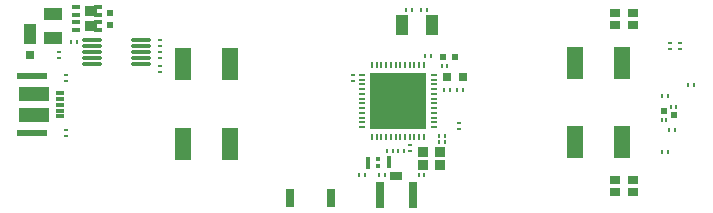
<source format=gtp>
G04 Layer_Color=8421504*
%FSLAX44Y44*%
%MOMM*%
G71*
G01*
G75*
%ADD40R,0.8000X1.6000*%
%ADD94R,0.2819X0.4320*%
%ADD95R,0.2220X0.4020*%
%ADD96R,0.5020X0.5020*%
%ADD97R,0.3520X0.2519*%
%ADD98R,0.2519X0.3520*%
%ADD99R,0.6020X0.5520*%
%ADD100R,0.9520X0.8520*%
%ADD101R,0.4520X1.0020*%
%ADD102R,0.3520X0.3520*%
%ADD103R,4.7020X4.7020*%
%ADD104O,0.6520X0.2020*%
%ADD105O,0.2020X0.6520*%
%ADD106R,1.5020X1.0020*%
%ADD107R,2.5020X1.3020*%
%ADD108R,0.8020X0.3520*%
%ADD109R,2.6020X0.6020*%
%ADD110R,1.0020X1.8020*%
%ADD111O,1.7020X0.3020*%
%ADD112R,1.4020X2.7520*%
%ADD113R,1.0020X0.9470*%
%ADD114R,1.0020X0.9490*%
%ADD115R,0.7020X0.3020*%
%ADD116R,0.9020X0.7020*%
%ADD117R,0.7520X0.8020*%
%ADD118R,0.8020X2.2020*%
%ADD119R,1.0020X0.8020*%
%ADD120R,0.4320X0.2819*%
%ADD121R,1.1020X1.8020*%
%ADD122R,0.8020X0.8020*%
%ADD123R,0.5520X0.6020*%
D40*
X263000Y12500D02*
D03*
X297000D02*
D03*
D94*
X605050Y108250D02*
D03*
X599950D02*
D03*
X77250Y144500D02*
D03*
X82350D02*
D03*
X577450Y98500D02*
D03*
X582550D02*
D03*
X588850Y70000D02*
D03*
X583750D02*
D03*
X577332Y51308D02*
D03*
X582432D02*
D03*
D95*
X585318Y89678D02*
D03*
X589376D02*
D03*
X581326Y78778D02*
D03*
X577282D02*
D03*
D96*
X587550Y82299D02*
D03*
X579250Y86456D02*
D03*
D97*
X315750Y116500D02*
D03*
Y111501D02*
D03*
X364000Y57249D02*
D03*
Y52251D02*
D03*
X67000Y131000D02*
D03*
Y135999D02*
D03*
X152250Y141251D02*
D03*
Y146250D02*
D03*
X73352Y111547D02*
D03*
Y116545D02*
D03*
X73406Y65065D02*
D03*
Y70063D02*
D03*
D98*
X377251Y132250D02*
D03*
X382250D02*
D03*
X389001Y64750D02*
D03*
X394000D02*
D03*
X361251Y171518D02*
D03*
X366249D02*
D03*
X378749Y171500D02*
D03*
X373750D02*
D03*
X389001Y59500D02*
D03*
X394000D02*
D03*
X371501Y32200D02*
D03*
X376499D02*
D03*
X395999Y124000D02*
D03*
X391000D02*
D03*
X393000Y104194D02*
D03*
X397999D02*
D03*
X337751Y32200D02*
D03*
X342750D02*
D03*
X325999D02*
D03*
X321000D02*
D03*
X349500Y52500D02*
D03*
X344501D02*
D03*
X358999D02*
D03*
X354000D02*
D03*
X404001Y104250D02*
D03*
X409000D02*
D03*
D99*
X392500Y132000D02*
D03*
X402500D02*
D03*
D100*
X389500Y51750D02*
D03*
Y40250D02*
D03*
X375000D02*
D03*
Y51750D02*
D03*
D101*
X328750Y42400D02*
D03*
X346250Y42500D02*
D03*
D102*
X337500Y45700D02*
D03*
Y39200D02*
D03*
D103*
X354000Y94500D02*
D03*
D104*
X384250Y116500D02*
D03*
Y112500D02*
D03*
Y108500D02*
D03*
Y104500D02*
D03*
Y100500D02*
D03*
Y96500D02*
D03*
Y92500D02*
D03*
Y88500D02*
D03*
Y84500D02*
D03*
X384250Y80500D02*
D03*
X384250Y76500D02*
D03*
X384250Y72500D02*
D03*
X323750D02*
D03*
X323750Y76500D02*
D03*
X323750Y80500D02*
D03*
X323750Y84500D02*
D03*
X323750Y88500D02*
D03*
Y92500D02*
D03*
Y96500D02*
D03*
Y100500D02*
D03*
X323750Y104500D02*
D03*
Y108500D02*
D03*
Y112500D02*
D03*
Y116500D02*
D03*
D105*
X376000Y64250D02*
D03*
X372000Y64250D02*
D03*
X368000Y64250D02*
D03*
X364000Y64250D02*
D03*
X360000Y64250D02*
D03*
X356000D02*
D03*
X352000D02*
D03*
X348000D02*
D03*
X344000D02*
D03*
X340000Y64250D02*
D03*
X336000D02*
D03*
X332000D02*
D03*
X332000Y124750D02*
D03*
X336000Y124750D02*
D03*
X340000Y124750D02*
D03*
X344000Y124750D02*
D03*
X348000D02*
D03*
X352000D02*
D03*
X356000Y124750D02*
D03*
X360000Y124750D02*
D03*
X364000D02*
D03*
X368000Y124750D02*
D03*
X372000Y124750D02*
D03*
X376000Y124750D02*
D03*
D106*
X61750Y148250D02*
D03*
Y168250D02*
D03*
D107*
X45600Y82492D02*
D03*
X45510Y100092D02*
D03*
D108*
X67510Y81412D02*
D03*
Y101412D02*
D03*
Y96412D02*
D03*
Y91412D02*
D03*
Y86412D02*
D03*
D109*
X44510Y115492D02*
D03*
Y67332D02*
D03*
D110*
X357500Y159000D02*
D03*
X382500D02*
D03*
D111*
X95250Y146000D02*
D03*
Y141000D02*
D03*
Y136000D02*
D03*
Y131000D02*
D03*
Y126000D02*
D03*
X136250Y146000D02*
D03*
Y141000D02*
D03*
Y136000D02*
D03*
Y131000D02*
D03*
Y126000D02*
D03*
D112*
X504002Y126968D02*
D03*
X544002D02*
D03*
X504002Y59468D02*
D03*
X544002D02*
D03*
X171770Y125698D02*
D03*
X211770D02*
D03*
X171770Y58198D02*
D03*
X211770D02*
D03*
D113*
X94460Y158037D02*
D03*
D114*
X94460Y170997D02*
D03*
D115*
X81500Y174227D02*
D03*
Y167750D02*
D03*
Y154773D02*
D03*
Y161273D02*
D03*
X99915D02*
D03*
Y154773D02*
D03*
Y167750D02*
D03*
Y174227D02*
D03*
D116*
X538212Y17702D02*
D03*
Y27686D02*
D03*
X553212Y17702D02*
D03*
Y27686D02*
D03*
X537958Y158672D02*
D03*
Y168656D02*
D03*
X552958Y158672D02*
D03*
Y168656D02*
D03*
D117*
X408750Y114612D02*
D03*
X395250D02*
D03*
D118*
X338550Y15000D02*
D03*
X366950D02*
D03*
D119*
X352750Y30800D02*
D03*
D120*
X406000Y75850D02*
D03*
Y70750D02*
D03*
X152250Y130900D02*
D03*
Y136000D02*
D03*
Y124000D02*
D03*
Y118900D02*
D03*
X584250Y143360D02*
D03*
Y138260D02*
D03*
X592640D02*
D03*
Y143360D02*
D03*
D121*
X42688Y151538D02*
D03*
D122*
Y133538D02*
D03*
D123*
X110000Y169000D02*
D03*
Y159000D02*
D03*
M02*

</source>
